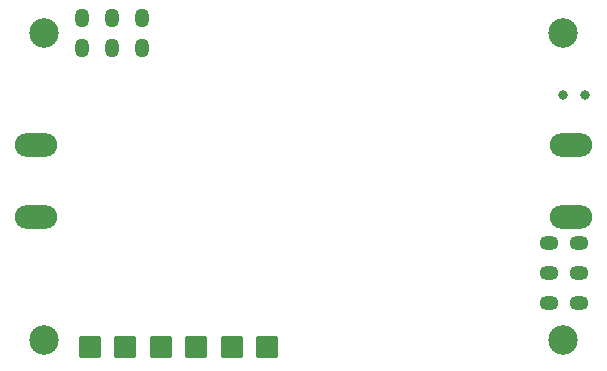
<source format=gbr>
%TF.GenerationSoftware,Altium Limited,Altium Designer,20.1.8 (145)*%
G04 Layer_Color=16711935*
%FSLAX45Y45*%
%MOMM*%
%TF.SameCoordinates,7C767931-0862-4B48-A7A2-9337087A75ED*%
%TF.FilePolarity,Negative*%
%TF.FileFunction,Soldermask,Bot*%
%TF.Part,Single*%
G01*
G75*
%TA.AperFunction,ComponentPad*%
%ADD32O,1.60000X1.25000*%
%ADD33O,1.25000X1.60000*%
%TA.AperFunction,ViaPad*%
%ADD42O,3.60000X2.00000*%
%TA.AperFunction,WasherPad*%
%ADD43C,2.50000*%
%TA.AperFunction,ComponentPad*%
%ADD44C,0.80000*%
G04:AMPARAMS|DCode=45|XSize=1.9mm|YSize=1.9mm|CornerRadius=0.14mm|HoleSize=0mm|Usage=FLASHONLY|Rotation=0.000|XOffset=0mm|YOffset=0mm|HoleType=Round|Shape=RoundedRectangle|*
%AMROUNDEDRECTD45*
21,1,1.90000,1.62000,0,0,0.0*
21,1,1.62000,1.90000,0,0,0.0*
1,1,0.28000,0.81000,-0.81000*
1,1,0.28000,-0.81000,-0.81000*
1,1,0.28000,-0.81000,0.81000*
1,1,0.28000,0.81000,0.81000*
%
%ADD45ROUNDEDRECTD45*%
G04:AMPARAMS|DCode=46|XSize=1.9mm|YSize=1.9mm|CornerRadius=0.23mm|HoleSize=0mm|Usage=FLASHONLY|Rotation=180.000|XOffset=0mm|YOffset=0mm|HoleType=Round|Shape=RoundedRectangle|*
%AMROUNDEDRECTD46*
21,1,1.90000,1.44000,0,0,180.0*
21,1,1.44000,1.90000,0,0,180.0*
1,1,0.46000,-0.72000,0.72000*
1,1,0.46000,0.72000,0.72000*
1,1,0.46000,0.72000,-0.72000*
1,1,0.46000,-0.72000,-0.72000*
%
%ADD46ROUNDEDRECTD46*%
D32*
X4580860Y1125020D02*
D03*
Y871020D02*
D03*
Y617020D02*
D03*
X4834860D02*
D03*
Y871020D02*
D03*
Y1125020D02*
D03*
D33*
X1135263Y2774187D02*
D03*
X881263D02*
D03*
X627263D02*
D03*
Y3028187D02*
D03*
X881263D02*
D03*
X1135263D02*
D03*
D42*
X232500Y1345042D02*
D03*
X4767500D02*
D03*
Y1955020D02*
D03*
X232500D02*
D03*
D43*
X300000Y300000D02*
D03*
X4700000D02*
D03*
Y2900000D02*
D03*
X300000D02*
D03*
D44*
X4880016Y2380000D02*
D03*
X4700016D02*
D03*
D45*
X2190834Y241300D02*
D03*
X1290834D02*
D03*
X1590834D02*
D03*
X1890834D02*
D03*
D46*
X690880D02*
D03*
X990880D02*
D03*
%TF.MD5,91978e10c12eaa83f9a3c7260dbd641c*%
M02*

</source>
